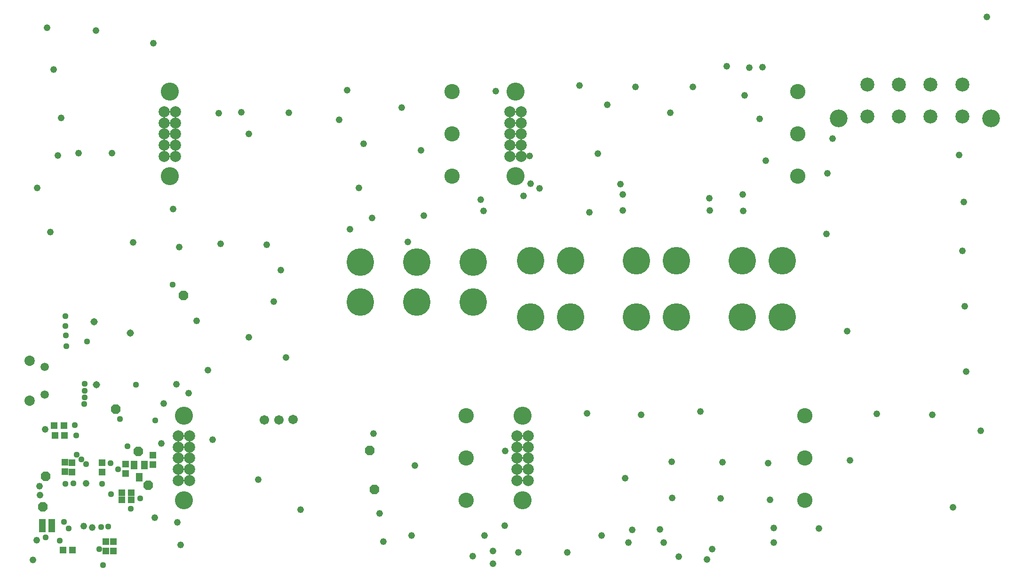
<source format=gbs>
G75*
%MOIN*%
%OFA0B0*%
%FSLAX25Y25*%
%IPPOS*%
%LPD*%
%AMOC8*
5,1,8,0,0,1.08239X$1,22.5*
%
%ADD10C,0.10800*%
%ADD11C,0.12808*%
%ADD12C,0.07918*%
%ADD13R,0.04737X0.05131*%
%ADD14R,0.05131X0.04737*%
%ADD15C,0.19532*%
%ADD16C,0.12611*%
%ADD17C,0.09887*%
%ADD18C,0.05950*%
%ADD19C,0.07328*%
%ADD20R,0.04737X0.06312*%
%ADD21OC8,0.06800*%
%ADD22C,0.04762*%
%ADD23C,0.04400*%
%ADD24C,0.05156*%
%ADD25C,0.06706*%
D10*
X0320000Y0053484D03*
X0320000Y0083484D03*
X0320000Y0113484D03*
X0560000Y0113484D03*
X0560000Y0083484D03*
X0560000Y0053484D03*
X0555000Y0283484D03*
X0555000Y0313484D03*
X0555000Y0343484D03*
X0310000Y0343484D03*
X0310000Y0313484D03*
X0310000Y0283484D03*
D11*
X0355000Y0283484D03*
X0355000Y0343484D03*
X0110000Y0343484D03*
X0110000Y0283484D03*
X0120000Y0113484D03*
X0120000Y0053484D03*
X0360000Y0053484D03*
X0360000Y0113484D03*
D12*
X0356063Y0099232D03*
X0363937Y0099232D03*
X0363937Y0091358D03*
X0356063Y0091358D03*
X0356063Y0083484D03*
X0363937Y0083484D03*
X0363937Y0075610D03*
X0356063Y0075610D03*
X0356063Y0067736D03*
X0363937Y0067736D03*
X0123937Y0067736D03*
X0116063Y0067736D03*
X0116063Y0075610D03*
X0123937Y0075610D03*
X0123937Y0083484D03*
X0116063Y0083484D03*
X0116063Y0091358D03*
X0123937Y0091358D03*
X0123937Y0099232D03*
X0116063Y0099232D03*
X0113937Y0297736D03*
X0106063Y0297736D03*
X0106063Y0305610D03*
X0113937Y0305610D03*
X0113937Y0313484D03*
X0106063Y0313484D03*
X0106063Y0321358D03*
X0113937Y0321358D03*
X0113937Y0329232D03*
X0106063Y0329232D03*
X0351063Y0329232D03*
X0358937Y0329232D03*
X0358937Y0321358D03*
X0351063Y0321358D03*
X0351063Y0313484D03*
X0358937Y0313484D03*
X0358937Y0305610D03*
X0351063Y0305610D03*
X0351063Y0297736D03*
X0358937Y0297736D03*
D13*
X0034946Y0106584D03*
X0028254Y0106584D03*
X0028754Y0099584D03*
X0035446Y0099584D03*
X0035800Y0080531D03*
X0040700Y0080431D03*
X0040700Y0073738D03*
X0035800Y0073838D03*
X0062100Y0073538D03*
X0062100Y0080231D03*
X0064900Y0024331D03*
X0070000Y0024231D03*
X0070000Y0017538D03*
X0064900Y0017638D03*
X0041246Y0018284D03*
X0034554Y0018284D03*
D14*
X0026546Y0033384D03*
X0026446Y0038084D03*
X0019754Y0038084D03*
X0019854Y0033384D03*
X0076154Y0054084D03*
X0076154Y0058884D03*
X0082846Y0058884D03*
X0082846Y0054084D03*
X0078700Y0072638D03*
X0078700Y0079331D03*
X0098200Y0078938D03*
X0098200Y0085631D03*
D15*
X0245000Y0194311D03*
X0285000Y0194311D03*
X0325000Y0194311D03*
X0365827Y0183484D03*
X0394173Y0183484D03*
X0440827Y0183484D03*
X0469173Y0183484D03*
X0515827Y0183484D03*
X0544173Y0183484D03*
X0544173Y0223484D03*
X0515827Y0223484D03*
X0469173Y0223484D03*
X0440827Y0223484D03*
X0394173Y0223484D03*
X0365827Y0223484D03*
X0325000Y0222658D03*
X0285000Y0222658D03*
X0245000Y0222658D03*
D16*
X0583976Y0324744D03*
X0692008Y0324744D03*
D17*
X0671654Y0326043D03*
X0649213Y0326043D03*
X0626772Y0326043D03*
X0604331Y0326043D03*
X0604331Y0348484D03*
X0626772Y0348484D03*
X0649213Y0348484D03*
X0671654Y0348484D03*
D18*
X0021339Y0148327D03*
X0021339Y0128642D03*
D19*
X0010709Y0124321D03*
X0010709Y0152648D03*
D20*
X0084760Y0078515D03*
X0092240Y0078515D03*
X0088500Y0069854D03*
D21*
X0094646Y0064232D03*
X0087854Y0088150D03*
X0071850Y0118445D03*
X0022244Y0070551D03*
X0020177Y0048937D03*
X0251791Y0088858D03*
X0254980Y0061162D03*
X0119744Y0199055D03*
D22*
X0013100Y0011384D03*
X0015900Y0025384D03*
X0049000Y0035384D03*
X0055200Y0034284D03*
X0018100Y0057284D03*
X0017800Y0063584D03*
X0050900Y0065484D03*
X0099300Y0041384D03*
X0115300Y0038084D03*
X0117600Y0022084D03*
X0172800Y0068284D03*
X0202900Y0046984D03*
X0258800Y0044284D03*
X0281300Y0028584D03*
X0261488Y0024382D03*
X0324800Y0013984D03*
X0339100Y0017748D03*
X0339100Y0008784D03*
X0357100Y0016684D03*
X0333100Y0028584D03*
X0347500Y0035684D03*
X0391600Y0016684D03*
X0416200Y0028584D03*
X0435000Y0023484D03*
X0437900Y0032784D03*
X0457400Y0032884D03*
X0460000Y0023484D03*
X0470900Y0013584D03*
X0490800Y0011584D03*
X0494400Y0018984D03*
X0538200Y0023784D03*
X0538100Y0033884D03*
X0570000Y0033484D03*
X0535300Y0053984D03*
X0500500Y0054884D03*
X0466000Y0055384D03*
X0432700Y0069284D03*
X0465700Y0081084D03*
X0501600Y0080784D03*
X0534100Y0079984D03*
X0592100Y0082084D03*
X0611200Y0114984D03*
X0650500Y0114284D03*
X0684900Y0102984D03*
X0674300Y0145084D03*
X0673300Y0191284D03*
X0671600Y0230684D03*
X0672600Y0265284D03*
X0669500Y0298484D03*
X0579600Y0310284D03*
X0576200Y0285784D03*
X0532400Y0294584D03*
X0516200Y0270684D03*
X0516350Y0258854D03*
X0492600Y0259384D03*
X0492500Y0267884D03*
X0431100Y0270584D03*
X0429500Y0277884D03*
X0431100Y0259184D03*
X0407520Y0257965D03*
X0372000Y0274884D03*
X0365700Y0278184D03*
X0360900Y0269784D03*
X0332400Y0258984D03*
X0330400Y0266884D03*
X0290200Y0255684D03*
X0278700Y0236884D03*
X0253500Y0254084D03*
X0237800Y0245984D03*
X0244200Y0275284D03*
X0288000Y0302084D03*
X0247400Y0306784D03*
X0230200Y0323784D03*
X0235800Y0344684D03*
X0274500Y0332284D03*
X0341000Y0343884D03*
X0400300Y0348084D03*
X0420100Y0334384D03*
X0440200Y0347084D03*
X0464800Y0328684D03*
X0480600Y0347084D03*
X0504800Y0361584D03*
X0520600Y0360784D03*
X0530100Y0360984D03*
X0517400Y0340984D03*
X0528200Y0324184D03*
X0413400Y0299584D03*
X0365200Y0297884D03*
X0194300Y0328584D03*
X0166000Y0313484D03*
X0144700Y0328184D03*
X0160900Y0328984D03*
X0098400Y0377884D03*
X0057900Y0386884D03*
X0023000Y0389084D03*
X0027800Y0359284D03*
X0033000Y0324884D03*
X0030800Y0298384D03*
X0045400Y0299884D03*
X0069000Y0300084D03*
X0016200Y0275184D03*
X0025500Y0244084D03*
X0084100Y0236684D03*
X0116600Y0233184D03*
X0146200Y0235584D03*
X0178913Y0234819D03*
X0188700Y0217084D03*
X0183800Y0194684D03*
X0166000Y0169384D03*
X0192300Y0154984D03*
X0137100Y0145884D03*
X0114800Y0135984D03*
X0123500Y0129784D03*
X0105800Y0122284D03*
X0104200Y0093984D03*
X0140400Y0096684D03*
X0254300Y0100884D03*
X0283704Y0078344D03*
X0347600Y0088484D03*
X0405600Y0115284D03*
X0444200Y0114384D03*
X0486000Y0116484D03*
X0590000Y0173484D03*
X0575400Y0242784D03*
X0689200Y0396584D03*
X0129000Y0180984D03*
X0021900Y0104084D03*
X0112500Y0260184D03*
X0665000Y0048484D03*
D23*
X0112100Y0206684D03*
X0051300Y0166284D03*
X0036600Y0162984D03*
X0036500Y0170584D03*
X0036000Y0177184D03*
X0036100Y0184384D03*
X0049800Y0136184D03*
X0049700Y0131384D03*
X0049600Y0126684D03*
X0049500Y0121984D03*
X0042600Y0107084D03*
X0043700Y0099584D03*
X0044000Y0085884D03*
X0047400Y0082484D03*
X0050800Y0079184D03*
X0068200Y0079984D03*
X0073500Y0075584D03*
X0062100Y0065184D03*
X0068300Y0058084D03*
X0082400Y0047784D03*
X0089100Y0054884D03*
X0066400Y0034884D03*
X0061300Y0034484D03*
X0038500Y0033584D03*
X0035000Y0038284D03*
X0032000Y0025084D03*
X0022000Y0027384D03*
X0060100Y0018984D03*
X0062700Y0007684D03*
X0041600Y0065784D03*
X0036100Y0065384D03*
X0080100Y0091884D03*
X0074700Y0111184D03*
X0099600Y0110284D03*
X0086000Y0135484D03*
D24*
X0058200Y0135484D03*
X0082000Y0172284D03*
X0056400Y0180184D03*
D25*
X0177000Y0110584D03*
X0187300Y0110584D03*
X0197500Y0110884D03*
M02*

</source>
